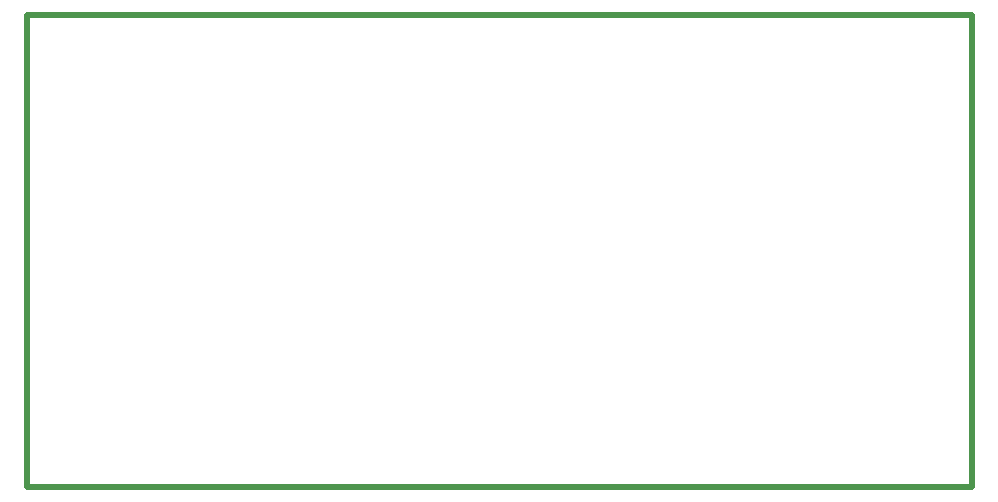
<source format=gko>
%FSLAX33Y33*%
%MOMM*%
%ADD10C,0.508*%
D10*
%LNpath-0*%
G01*
X0Y0D02*
X80000Y0D01*
X80000Y-40000*
X0Y-40000*
X0Y0*
X0Y0*
%LNmechanical details_traces*%
M02*
</source>
